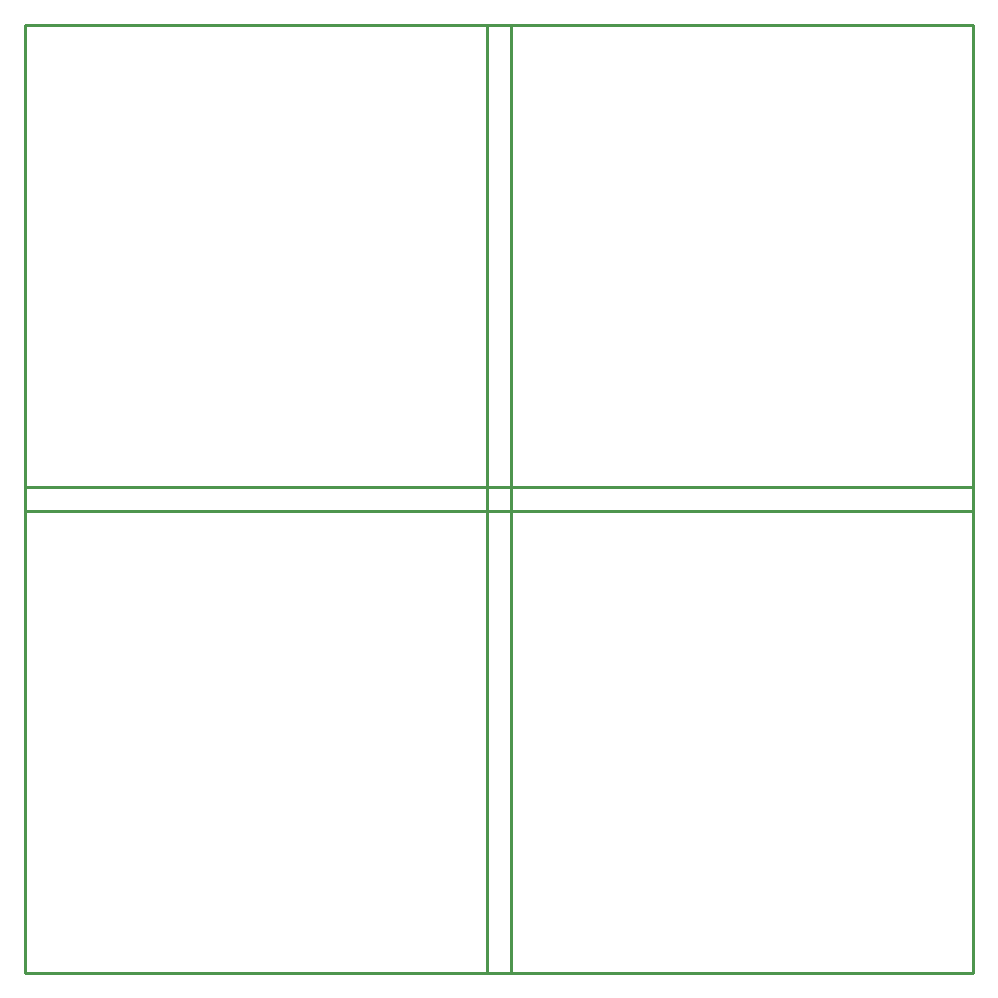
<source format=gko>
G04 Layer: BoardOutlineLayer*
G04 EasyEDA v6.5.23, 2023-09-13 20:10:37*
G04 8cb85547c76b4b6bafe6db91d84ccfe4,770f52a9c06342aeb7d9f723a0e8078a,10*
G04 Gerber Generator version 0.2*
G04 Scale: 100 percent, Rotated: No, Reflected: No *
G04 Dimensions in millimeters *
G04 leading zeros omitted , absolute positions ,4 integer and 5 decimal *
%FSLAX45Y45*%
%MOMM*%

%ADD10C,0.2540*%
D10*
X12700Y-3543300D02*
G01*
X12700Y-12700D01*
X12700Y-12700D02*
G01*
X3924300Y-12700D01*
X3924300Y-3924300D01*
X12700Y-3924300D01*
X12700Y-3543300D01*
X4124299Y-3543300D02*
G01*
X4124299Y-12700D01*
X4124299Y-12700D02*
G01*
X8035899Y-12700D01*
X8035899Y-3924300D01*
X4124299Y-3924300D01*
X4124299Y-3543300D01*
X12700Y-7654899D02*
G01*
X12700Y-4124299D01*
X12700Y-4124299D02*
G01*
X3924300Y-4124299D01*
X3924300Y-8035899D01*
X12700Y-8035899D01*
X12700Y-7654899D01*
X4124299Y-7654899D02*
G01*
X4124299Y-4124299D01*
X4124299Y-4124299D02*
G01*
X8035899Y-4124299D01*
X8035899Y-8035899D01*
X4124299Y-8035899D01*
X4124299Y-7654899D01*
X12700Y-12700D02*
G01*
X8035899Y-12700D01*
X8035899Y-8035899D01*
X12700Y-8035899D01*
X12700Y-12700D01*
X12700Y-4124299D02*
G01*
X8035899Y-4124299D01*
X12700Y-3924300D02*
G01*
X8035899Y-3924300D01*
X4124299Y-12700D02*
G01*
X4124299Y-8035899D01*
X3924300Y-12700D02*
G01*
X3924300Y-8035899D01*

%LPD*%
M02*

</source>
